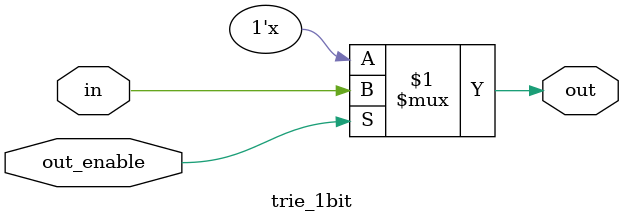
<source format=v>
module trie_1bit(in, out_enable, out);

input in;
input out_enable;
output out;

assign out = out_enable ? in : 1'bz;

endmodule

</source>
